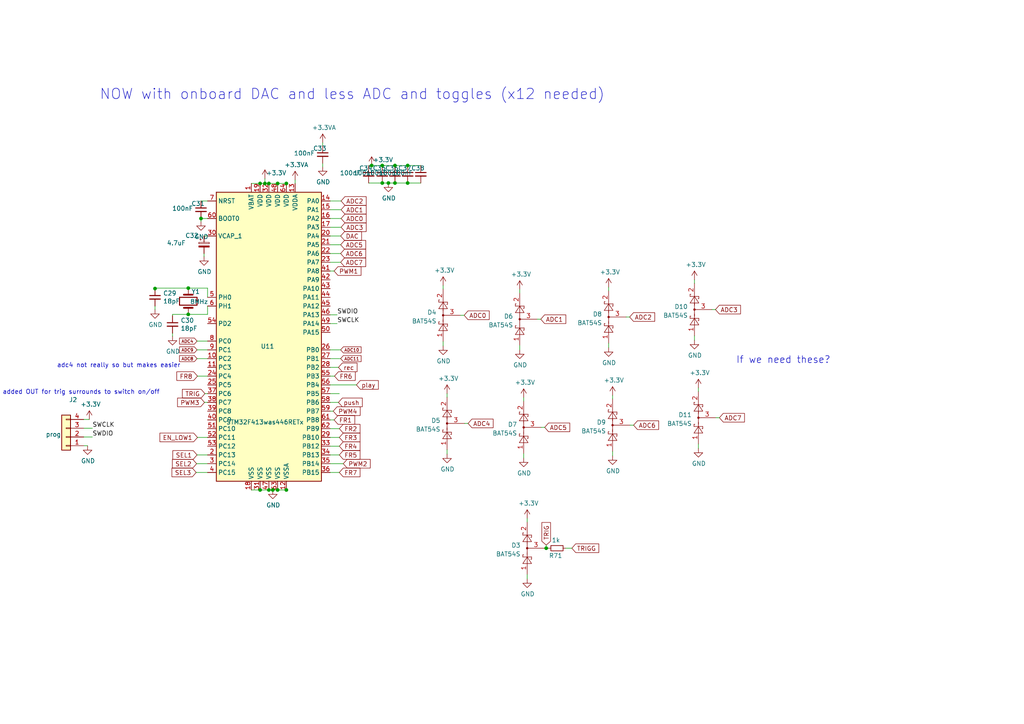
<source format=kicad_sch>
(kicad_sch (version 20211123) (generator eeschema)
  (paper "A4")
  (lib_symbols
    (symbol "Connector_Generic:Conn_01x04" (pin_names (offset 1.016) hide)
      (property "Reference" "J" (at 0 5.08 0))
      (property "Value" "Conn_01x04" (at 0 -7.62 0))
      (symbol "Conn_01x04_1_1"
        (rectangle (start -1.27 -4.953) (end 0 -5.207) (stroke (width 0.1524)))
        (rectangle (start -1.27 -2.413) (end 0 -2.667) (stroke (width 0.1524)))
        (rectangle (start -1.27 0.127) (end 0 -0.127) (stroke (width 0.1524)))
        (rectangle (start -1.27 2.667) (end 0 2.413) (stroke (width 0.1524)))
        (rectangle (start -1.27 3.81) (end 1.27 -6.35) (stroke (width 0.254)) (fill (type background)))
        (pin passive line (at -5.08 2.54 0) (length 3.81) (name "Pin_1") (number "1"))
        (pin passive line (at -5.08 0 0) (length 3.81) (name "Pin_2") (number "2"))
        (pin passive line (at -5.08 -2.54 0) (length 3.81) (name "Pin_3") (number "3"))
        (pin passive line (at -5.08 -5.08 0) (length 3.81) (name "Pin_4") (number "4"))
      )
    )
    (symbol "Device:C_Polarized_Small" (pin_numbers hide) (pin_names (offset 0.254) hide)
      (property "Reference" "C" (at 0.254 1.778 0))
      (property "Value" "C_Polarized_Small" (at 0.254 -2.032 0))
      (symbol "C_Polarized_Small_0_1"
        (rectangle (start -1.524 -0.3048) (end 1.524 -0.6858) (fill (type outline)))
        (rectangle (start -1.524 0.6858) (end 1.524 0.3048))
        (polyline (pts (xy -1.27 1.524) (xy -0.762 1.524)))
        (polyline (pts (xy -1.016 1.27) (xy -1.016 1.778)))
      )
      (symbol "C_Polarized_Small_1_1"
        (pin passive line (at 0 2.54 270) (length 1.8542) (name "~") (number "1"))
        (pin passive line (at 0 -2.54 90) (length 1.8542) (name "~") (number "2"))
      )
    )
    (symbol "Device:C_Small" (pin_numbers hide) (pin_names (offset 0.254) hide)
      (property "Reference" "C" (at 0.254 1.778 0))
      (property "Value" "C_Small" (at 0.254 -2.032 0))
      (symbol "C_Small_0_1"
        (polyline (pts (xy -1.524 -0.508) (xy 1.524 -0.508)) (stroke (width 0.3302)))
        (polyline (pts (xy -1.524 0.508) (xy 1.524 0.508)) (stroke (width 0.3048)))
      )
      (symbol "C_Small_1_1"
        (pin passive line (at 0 2.54 270) (length 2.032) (name "~") (number "1"))
        (pin passive line (at 0 -2.54 90) (length 2.032) (name "~") (number "2"))
      )
    )
    (symbol "Device:Crystal" (pin_numbers hide) (pin_names (offset 1.016) hide)
      (property "Reference" "Y" (at 0 3.81 0))
      (property "Value" "Crystal" (at 0 -3.81 0))
      (symbol "Crystal_0_1"
        (rectangle (start -1.143 2.54) (end 1.143 -2.54) (stroke (width 0.3048)))
        (polyline (pts (xy -2.54 0) (xy -1.905 0)))
        (polyline (pts (xy -1.905 -1.27) (xy -1.905 1.27)) (stroke (width 0.508)))
        (polyline (pts (xy 1.905 -1.27) (xy 1.905 1.27)) (stroke (width 0.508)))
        (polyline (pts (xy 2.54 0) (xy 1.905 0)))
      )
      (symbol "Crystal_1_1"
        (pin passive line (at -3.81 0 0) (length 1.27) (name "1") (number "1"))
        (pin passive line (at 3.81 0 180) (length 1.27) (name "2") (number "2"))
      )
    )
    (symbol "Device:R_Small" (pin_numbers hide) (pin_names (offset 0.254) hide)
      (property "Reference" "R" (at 0.762 0.508 0))
      (property "Value" "R_Small" (at 0.762 -1.016 0))
      (symbol "R_Small_0_1"
        (rectangle (start -0.762 1.778) (end 0.762 -1.778) (stroke (width 0.2032)))
      )
      (symbol "R_Small_1_1"
        (pin passive line (at 0 2.54 270) (length 0.762) (name "~") (number "1"))
        (pin passive line (at 0 -2.54 90) (length 0.762) (name "~") (number "2"))
      )
    )
    (symbol "Diode:BAT54S" (pin_names (offset 1.016))
      (property "Reference" "D" (at 0.635 -3.81 0))
      (property "Value" "BAT54S" (at -6.35 3.175 0))
      (symbol "BAT54S_0_1"
        (polyline (pts (xy -3.81 0) (xy -1.27 0)))
        (polyline (pts (xy -3.175 -1.27) (xy -3.175 -1.016)))
        (polyline (pts (xy -2.54 -1.27) (xy -3.175 -1.27)))
        (polyline (pts (xy -2.54 -1.27) (xy -2.54 1.27)))
        (polyline (pts (xy -2.54 1.27) (xy -1.905 1.27)))
        (polyline (pts (xy -1.905 0) (xy 1.905 0)))
        (polyline (pts (xy -1.905 1.27) (xy -1.905 1.016)))
        (polyline (pts (xy 1.27 0) (xy 3.81 0)))
        (polyline (pts (xy 3.175 -1.27) (xy 3.175 -1.016)))
        (polyline (pts (xy 3.81 -1.27) (xy 3.175 -1.27)))
        (polyline (pts (xy 3.81 -1.27) (xy 3.81 1.27)))
        (polyline (pts (xy 3.81 1.27) (xy 4.445 1.27)))
        (polyline (pts (xy 4.445 1.27) (xy 4.445 1.016)))
        (polyline (pts (xy -4.445 1.27) (xy -4.445 -1.27) (xy -2.54 0) (xy -4.445 1.27)))
        (polyline (pts (xy 1.905 1.27) (xy 1.905 -1.27) (xy 3.81 0) (xy 1.905 1.27)))
        (circle (center 0 0) (radius 0.254) (fill (type outline)))
      )
      (symbol "BAT54S_1_1"
        (pin passive line (at -7.62 0 0) (length 3.81) (name "~") (number "1"))
        (pin passive line (at 7.62 0 180) (length 3.81) (name "~") (number "2"))
        (pin passive line (at 0 -5.08 90) (length 5.08) (name "~") (number "3"))
      )
    )
    (symbol "MCU_ST_STM32F4:STM32F446RETx"
      (property "Reference" "U" (at -15.24 41.91 0))
      (property "Value" "STM32F446RETx" (at 10.16 41.91 0))
      (symbol "STM32F446RETx_0_1"
        (rectangle (start -15.24 -43.18) (end 15.24 40.64) (stroke (width 0.254)) (fill (type background)))
      )
      (symbol "STM32F446RETx_1_1"
        (pin power_in line (at -5.08 43.18 270) (length 2.54) (name "VBAT") (number "1"))
        (pin bidirectional line (at -17.78 -7.62 0) (length 2.54) (name "PC2") (number "10"))
        (pin bidirectional line (at -17.78 -10.16 0) (length 2.54) (name "PC3") (number "11"))
        (pin power_in line (at 5.08 -45.72 90) (length 2.54) (name "VSSA") (number "12"))
        (pin power_in line (at 7.62 43.18 270) (length 2.54) (name "VDDA") (number "13"))
        (pin bidirectional line (at 17.78 38.1 180) (length 2.54) (name "PA0") (number "14"))
        (pin bidirectional line (at 17.78 35.56 180) (length 2.54) (name "PA1") (number "15"))
        (pin bidirectional line (at 17.78 33.02 180) (length 2.54) (name "PA2") (number "16"))
        (pin bidirectional line (at 17.78 30.48 180) (length 2.54) (name "PA3") (number "17"))
        (pin power_in line (at -5.08 -45.72 90) (length 2.54) (name "VSS") (number "18"))
        (pin power_in line (at -2.54 43.18 270) (length 2.54) (name "VDD") (number "19"))
        (pin bidirectional line (at -17.78 -35.56 0) (length 2.54) (name "PC13") (number "2"))
        (pin bidirectional line (at 17.78 27.94 180) (length 2.54) (name "PA4") (number "20"))
        (pin bidirectional line (at 17.78 25.4 180) (length 2.54) (name "PA5") (number "21"))
        (pin bidirectional line (at 17.78 22.86 180) (length 2.54) (name "PA6") (number "22"))
        (pin bidirectional line (at 17.78 20.32 180) (length 2.54) (name "PA7") (number "23"))
        (pin bidirectional line (at -17.78 -12.7 0) (length 2.54) (name "PC4") (number "24"))
        (pin bidirectional line (at -17.78 -15.24 0) (length 2.54) (name "PC5") (number "25"))
        (pin bidirectional line (at 17.78 -5.08 180) (length 2.54) (name "PB0") (number "26"))
        (pin bidirectional line (at 17.78 -7.62 180) (length 2.54) (name "PB1") (number "27"))
        (pin bidirectional line (at 17.78 -10.16 180) (length 2.54) (name "PB2") (number "28"))
        (pin bidirectional line (at 17.78 -30.48 180) (length 2.54) (name "PB10") (number "29"))
        (pin bidirectional line (at -17.78 -38.1 0) (length 2.54) (name "PC14") (number "3"))
        (pin power_in line (at -17.78 27.94 0) (length 2.54) (name "VCAP_1") (number "30"))
        (pin power_in line (at -2.54 -45.72 90) (length 2.54) (name "VSS") (number "31"))
        (pin power_in line (at 0 43.18 270) (length 2.54) (name "VDD") (number "32"))
        (pin bidirectional line (at 17.78 -33.02 180) (length 2.54) (name "PB12") (number "33"))
        (pin bidirectional line (at 17.78 -35.56 180) (length 2.54) (name "PB13") (number "34"))
        (pin bidirectional line (at 17.78 -38.1 180) (length 2.54) (name "PB14") (number "35"))
        (pin bidirectional line (at 17.78 -40.64 180) (length 2.54) (name "PB15") (number "36"))
        (pin bidirectional line (at -17.78 -17.78 0) (length 2.54) (name "PC6") (number "37"))
        (pin bidirectional line (at -17.78 -20.32 0) (length 2.54) (name "PC7") (number "38"))
        (pin bidirectional line (at -17.78 -22.86 0) (length 2.54) (name "PC8") (number "39"))
        (pin bidirectional line (at -17.78 -40.64 0) (length 2.54) (name "PC15") (number "4"))
        (pin bidirectional line (at -17.78 -25.4 0) (length 2.54) (name "PC9") (number "40"))
        (pin bidirectional line (at 17.78 17.78 180) (length 2.54) (name "PA8") (number "41"))
        (pin bidirectional line (at 17.78 15.24 180) (length 2.54) (name "PA9") (number "42"))
        (pin bidirectional line (at 17.78 12.7 180) (length 2.54) (name "PA10") (number "43"))
        (pin bidirectional line (at 17.78 10.16 180) (length 2.54) (name "PA11") (number "44"))
        (pin bidirectional line (at 17.78 7.62 180) (length 2.54) (name "PA12") (number "45"))
        (pin bidirectional line (at 17.78 5.08 180) (length 2.54) (name "PA13") (number "46"))
        (pin power_in line (at 0 -45.72 90) (length 2.54) (name "VSS") (number "47"))
        (pin power_in line (at 2.54 43.18 270) (length 2.54) (name "VDD") (number "48"))
        (pin bidirectional line (at 17.78 2.54 180) (length 2.54) (name "PA14") (number "49"))
        (pin input line (at -17.78 10.16 0) (length 2.54) (name "PH0") (number "5"))
        (pin bidirectional line (at 17.78 0 180) (length 2.54) (name "PA15") (number "50"))
        (pin bidirectional line (at -17.78 -27.94 0) (length 2.54) (name "PC10") (number "51"))
        (pin bidirectional line (at -17.78 -30.48 0) (length 2.54) (name "PC11") (number "52"))
        (pin bidirectional line (at -17.78 -33.02 0) (length 2.54) (name "PC12") (number "53"))
        (pin bidirectional line (at -17.78 2.54 0) (length 2.54) (name "PD2") (number "54"))
        (pin bidirectional line (at 17.78 -12.7 180) (length 2.54) (name "PB3") (number "55"))
        (pin bidirectional line (at 17.78 -15.24 180) (length 2.54) (name "PB4") (number "56"))
        (pin bidirectional line (at 17.78 -17.78 180) (length 2.54) (name "PB5") (number "57"))
        (pin bidirectional line (at 17.78 -20.32 180) (length 2.54) (name "PB6") (number "58"))
        (pin bidirectional line (at 17.78 -22.86 180) (length 2.54) (name "PB7") (number "59"))
        (pin input line (at -17.78 7.62 0) (length 2.54) (name "PH1") (number "6"))
        (pin input line (at -17.78 33.02 0) (length 2.54) (name "BOOT0") (number "60"))
        (pin bidirectional line (at 17.78 -25.4 180) (length 2.54) (name "PB8") (number "61"))
        (pin bidirectional line (at 17.78 -27.94 180) (length 2.54) (name "PB9") (number "62"))
        (pin power_in line (at 2.54 -45.72 90) (length 2.54) (name "VSS") (number "63"))
        (pin power_in line (at 5.08 43.18 270) (length 2.54) (name "VDD") (number "64"))
        (pin input line (at -17.78 38.1 0) (length 2.54) (name "NRST") (number "7"))
        (pin bidirectional line (at -17.78 -2.54 0) (length 2.54) (name "PC0") (number "8"))
        (pin bidirectional line (at -17.78 -5.08 0) (length 2.54) (name "PC1") (number "9"))
      )
    )
    (symbol "power:+3.3V" (power) (pin_names (offset 0))
      (property "Value" "+3.3V" (at 0 3.556 0))
      (symbol "+3.3V_0_1"
        (polyline (pts (xy -0.762 1.27) (xy 0 2.54)))
        (polyline (pts (xy 0 0) (xy 0 2.54)))
        (polyline (pts (xy 0 2.54) (xy 0.762 1.27)))
      )
      (symbol "+3.3V_1_1"
        (pin power_in line (at 0 0 90) (length 0) hide (name "+3.3V") (number "1"))
      )
    )
    (symbol "power:+3.3VA" (power) (pin_names (offset 0))
      (property "Value" "+3.3VA" (at 0 3.556 0))
      (symbol "+3.3VA_0_1"
        (polyline (pts (xy -0.762 1.27) (xy 0 2.54)))
        (polyline (pts (xy 0 0) (xy 0 2.54)))
        (polyline (pts (xy 0 2.54) (xy 0.762 1.27)))
      )
      (symbol "+3.3VA_1_1"
        (pin power_in line (at 0 0 90) (length 0) hide (name "+3.3VA") (number "1"))
      )
    )
    (symbol "power:GND" (power) (pin_names (offset 0))
      (property "Value" "GND" (at 0 -3.81 0))
      (symbol "GND_0_1"
        (polyline (pts (xy 0 0) (xy 0 -1.27) (xy 1.27 -1.27) (xy 0 -2.54) (xy -1.27 -1.27) (xy 0 -1.27)))
      )
      (symbol "GND_1_1"
        (pin power_in line (at 0 0 270) (length 0) hide (name "GND") (number "1"))
      )
    )
  )
  (junction (at 118.237 53.086))
  (junction (at 54.61 91.186))
  (junction (at 44.958 83.693))
  (junction (at 114.554 48.006))
  (junction (at 80.518 142.113))
  (junction (at 158.4198 159.004))
  (junction (at 83.058 53.213))
  (junction (at 107.7976 48.006))
  (junction (at 77.978 142.113))
  (junction (at 76.835 53.213))
  (junction (at 110.871 48.006))
  (junction (at 110.871 53.086))
  (junction (at 114.554 53.086))
  (junction (at 112.649 53.086))
  (junction (at 83.058 142.113))
  (junction (at 118.237 48.006))
  (junction (at 80.518 53.213))
  (junction (at 58.293 63.373))
  (junction (at 75.438 142.113))
  (junction (at 79.121 142.113))
  (junction (at 77.978 53.213))
  (junction (at 75.438 53.213))
  (junction (at 54.61 83.566))
  (wire (pts (xy 59.182 68.453) (xy 60.198 68.453)))
  (wire (pts (xy 80.518 53.213) (xy 83.058 53.213)))
  (wire (pts (xy 95.758 131.953) (xy 98.425 131.953)))
  (wire (pts (xy 157.988 159.004) (xy 158.4198 159.004)))
  (wire (pts (xy 134.747 122.809) (xy 135.763 122.809)))
  (wire (pts (xy 57.277 126.873) (xy 60.198 126.873)))
  (wire (pts (xy 24.257 129.286) (xy 25.4 129.286)))
  (wire (pts (xy 54.61 91.186) (xy 60.198 91.186)))
  (wire (pts (xy 59.436 114.173) (xy 60.198 114.173)))
  (wire (pts (xy 95.758 111.633) (xy 103.378 111.633)))
  (wire (pts (xy 60.198 83.566) (xy 54.61 83.566)))
  (wire (pts (xy 80.518 142.113) (xy 83.058 142.113)))
  (wire (pts (xy 60.198 104.013) (xy 57.15 104.013)))
  (wire (pts (xy 77.978 142.113) (xy 79.121 142.113)))
  (wire (pts (xy 60.198 98.933) (xy 57.15 98.933)))
  (wire (pts (xy 50.038 96.647) (xy 50.038 97.536)))
  (wire (pts (xy 59.182 73.533) (xy 59.182 74.422)))
  (wire (pts (xy 60.198 91.186) (xy 60.198 88.773)))
  (wire (pts (xy 155.829 92.583) (xy 156.845 92.583)))
  (wire (pts (xy 77.978 53.213) (xy 80.518 53.213)))
  (wire (pts (xy 95.758 116.713) (xy 98.171 116.713)))
  (wire (pts (xy 85.598 52.197) (xy 85.598 53.213)))
  (wire (pts (xy 75.438 142.113) (xy 77.978 142.113)))
  (wire (pts (xy 95.758 63.373) (xy 98.933 63.373)))
  (wire (pts (xy 107.7976 48.006) (xy 110.871 48.006)))
  (wire (pts (xy 95.758 114.173) (xy 98.425 114.173)))
  (wire (pts (xy 72.898 142.113) (xy 75.438 142.113)))
  (wire (pts (xy 83.058 53.213) (xy 83.058 53.086)))
  (wire (pts (xy 202.565 128.778) (xy 202.565 130.048)))
  (wire (pts (xy 181.61 91.948) (xy 182.626 91.948)))
  (wire (pts (xy 128.524 82.804) (xy 128.524 83.82)))
  (wire (pts (xy 54.61 83.566) (xy 44.958 83.566)))
  (wire (pts (xy 60.198 137.033) (xy 56.896 137.033)))
  (wire (pts (xy 95.758 106.553) (xy 98.171 106.553)))
  (wire (pts (xy 176.53 83.312) (xy 176.53 84.328)))
  (wire (pts (xy 164.084 159.004) (xy 165.862 159.004)))
  (wire (pts (xy 177.673 130.937) (xy 177.673 132.207)))
  (wire (pts (xy 158.4198 158.0896) (xy 158.4198 159.004)))
  (wire (pts (xy 58.293 58.293) (xy 60.198 58.293)))
  (wire (pts (xy 59.309 116.713) (xy 60.198 116.713)))
  (wire (pts (xy 95.758 104.013) (xy 98.806 104.013)))
  (wire (pts (xy 151.892 131.572) (xy 151.892 132.842)))
  (wire (pts (xy 50.038 91.567) (xy 50.038 91.186)))
  (wire (pts (xy 24.257 121.666) (xy 25.908 121.666)))
  (wire (pts (xy 98.806 73.533) (xy 95.758 73.533)))
  (wire (pts (xy 60.198 101.473) (xy 57.15 101.473)))
  (wire (pts (xy 58.293 63.373) (xy 60.198 63.373)))
  (wire (pts (xy 50.038 91.186) (xy 54.61 91.186)))
  (wire (pts (xy 176.53 99.568) (xy 176.53 100.838)))
  (wire (pts (xy 133.604 91.44) (xy 134.62 91.44)))
  (wire (pts (xy 95.758 93.853) (xy 97.79 93.853)))
  (wire (pts (xy 95.758 119.253) (xy 96.647 119.253)))
  (wire (pts (xy 118.237 53.086) (xy 114.554 53.086)))
  (wire (pts (xy 95.758 137.033) (xy 98.425 137.033)))
  (wire (pts (xy 75.438 53.213) (xy 76.835 53.213)))
  (wire (pts (xy 152.908 166.624) (xy 152.908 167.894)))
  (wire (pts (xy 118.237 48.006) (xy 122.047 48.006)))
  (wire (pts (xy 24.257 126.746) (xy 26.797 126.746)))
  (wire (pts (xy 95.758 134.493) (xy 99.568 134.493)))
  (wire (pts (xy 114.554 48.006) (xy 118.237 48.006)))
  (wire (pts (xy 177.673 114.681) (xy 177.673 115.697)))
  (wire (pts (xy 98.806 70.993) (xy 95.758 70.993)))
  (wire (pts (xy 60.198 131.953) (xy 57.15 131.953)))
  (wire (pts (xy 95.758 126.873) (xy 98.425 126.873)))
  (wire (pts (xy 95.758 91.313) (xy 97.79 91.313)))
  (wire (pts (xy 110.871 48.006) (xy 114.554 48.006)))
  (wire (pts (xy 112.649 53.086) (xy 110.871 53.086)))
  (wire (pts (xy 95.758 60.833) (xy 98.933 60.833)))
  (wire (pts (xy 129.667 130.429) (xy 129.667 131.699)))
  (wire (pts (xy 207.645 121.158) (xy 208.661 121.158)))
  (wire (pts (xy 95.758 129.413) (xy 98.425 129.413)))
  (wire (pts (xy 58.293 63.373) (xy 58.293 64.262)))
  (wire (pts (xy 202.565 112.522) (xy 202.565 113.538)))
  (wire (pts (xy 76.835 53.213) (xy 77.978 53.213)))
  (wire (pts (xy 93.599 47.371) (xy 93.599 48.387)))
  (wire (pts (xy 95.758 65.913) (xy 98.933 65.913)))
  (wire (pts (xy 60.198 134.493) (xy 57.023 134.493)))
  (wire (pts (xy 150.749 83.947) (xy 150.749 84.963)))
  (wire (pts (xy 95.758 101.473) (xy 98.806 101.473)))
  (wire (pts (xy 151.892 115.316) (xy 151.892 116.332)))
  (wire (pts (xy 114.554 53.086) (xy 112.649 53.086)))
  (wire (pts (xy 158.4198 159.004) (xy 159.004 159.004)))
  (wire (pts (xy 95.758 124.333) (xy 98.425 124.333)))
  (wire (pts (xy 79.121 142.113) (xy 80.518 142.113)))
  (wire (pts (xy 129.667 114.173) (xy 129.667 115.189)))
  (wire (pts (xy 95.758 121.793) (xy 96.901 121.793)))
  (wire (pts (xy 98.806 76.073) (xy 95.758 76.073)))
  (wire (pts (xy 44.958 88.773) (xy 44.958 89.789)))
  (wire (pts (xy 83.058 142.113) (xy 83.058 142.24)))
  (wire (pts (xy 95.758 78.613) (xy 96.901 78.613)))
  (wire (pts (xy 206.502 89.789) (xy 207.518 89.789)))
  (wire (pts (xy 93.599 41.402) (xy 93.599 42.291)))
  (wire (pts (xy 201.422 97.409) (xy 201.422 98.679)))
  (wire (pts (xy 128.524 99.06) (xy 128.524 100.33)))
  (wire (pts (xy 76.835 51.816) (xy 76.835 53.213)))
  (wire (pts (xy 110.871 53.086) (xy 106.934 53.086)))
  (wire (pts (xy 60.198 86.233) (xy 60.198 83.566)))
  (wire (pts (xy 98.806 68.453) (xy 95.758 68.453)))
  (wire (pts (xy 95.758 109.093) (xy 97.028 109.093)))
  (wire (pts (xy 122.047 53.086) (xy 118.237 53.086)))
  (wire (pts (xy 44.958 83.566) (xy 44.958 83.693)))
  (wire (pts (xy 156.972 123.952) (xy 157.988 123.952)))
  (wire (pts (xy 201.422 81.153) (xy 201.422 82.169)))
  (wire (pts (xy 72.898 53.213) (xy 75.438 53.213)))
  (wire (pts (xy 60.198 109.093) (xy 57.277 109.093)))
  (wire (pts (xy 106.934 48.006) (xy 107.7976 48.006)))
  (wire (pts (xy 150.749 100.203) (xy 150.749 101.473)))
  (wire (pts (xy 152.908 150.368) (xy 152.908 151.384)))
  (wire (pts (xy 24.257 124.206) (xy 26.797 124.206)))
  (wire (pts (xy 182.753 123.317) (xy 183.769 123.317)))
  (wire (pts (xy 95.758 58.293) (xy 98.933 58.293)))
  (text "adc4 not really so but makes easier\n" (at 16.51 106.807 0) (effects (font (size 1.27 1.27)) (justify left bottom)))
  (text "NOW with onboard DAC and less ADC and toggles (x12 needed)" (at 28.829 29.21 0) (effects (font (size 2.9972 2.9972)) (justify left bottom)))
  (text "17.5 - added OUT for trig surrounds to switch on/off" (at 46.355 114.554 0) (effects (font (size 1.27 1.27)) (justify right bottom)))
  (text "If we need these?" (at 213.487 105.664 0) (effects (font (size 2 2)) (justify left bottom)))
  (label "SWCLK" (at 26.797 124.206 0))
  (label "SWCLK" (at 97.79 93.853 0))
  (label "SWDIO" (at 97.79 91.313 0))
  (label "SWDIO" (at 26.797 126.746 0))
  (global_label "ADC7" (shape input) (at 98.806 76.073 0) (property "Intersheet References" "${INTERSHEET_REFS}" (effects hide)))
  (global_label "ADC0" (shape input) (at 134.62 91.44 0) (property "Intersheet References" "${INTERSHEET_REFS}" (effects hide)))
  (global_label "ADC6" (shape input) (at 98.806 73.533 0) (property "Intersheet References" "${INTERSHEET_REFS}" (effects hide)))
  (global_label "FR2" (shape input) (at 98.425 124.333 0) (property "Intersheet References" "${INTERSHEET_REFS}" (effects hide)))
  (global_label "PWM1" (shape input) (at 96.901 78.613 0) (property "Intersheet References" "${INTERSHEET_REFS}" (effects hide)))
  (global_label "push" (shape input) (at 98.171 116.713 0) (property "Intersheet References" "${INTERSHEET_REFS}" (effects hide)))
  (global_label "SEL3" (shape input) (at 56.896 137.033 180) (property "Intersheet References" "${INTERSHEET_REFS}" (effects hide)))
  (global_label "FR6" (shape input) (at 97.028 109.093 0) (property "Intersheet References" "${INTERSHEET_REFS}" (effects hide)))
  (global_label "ADC2" (shape input) (at 98.933 58.293 0) (property "Intersheet References" "${INTERSHEET_REFS}" (effects hide)))
  (global_label "PWM4" (shape input) (at 96.647 119.253 0) (property "Intersheet References" "${INTERSHEET_REFS}" (effects hide)))
  (global_label "PWM2" (shape input) (at 99.568 134.493 0) (property "Intersheet References" "${INTERSHEET_REFS}" (effects hide)))
  (global_label "ADC5" (shape input) (at 157.988 123.952 0) (property "Intersheet References" "${INTERSHEET_REFS}" (effects hide)))
  (global_label "TRIG" (shape input) (at 158.4198 158.0896 90) (property "Intersheet References" "${INTERSHEET_REFS}" (effects hide)))
  (global_label "SEL2" (shape input) (at 57.023 134.493 180) (property "Intersheet References" "${INTERSHEET_REFS}" (effects hide)))
  (global_label "rec" (shape input) (at 98.171 106.553 0) (property "Intersheet References" "${INTERSHEET_REFS}" (effects hide)))
  (global_label "ADC2" (shape input) (at 182.626 91.948 0) (property "Intersheet References" "${INTERSHEET_REFS}" (effects hide)))
  (global_label "ADC4" (shape input) (at 135.763 122.809 0) (property "Intersheet References" "${INTERSHEET_REFS}" (effects hide)))
  (global_label "FR7" (shape input) (at 98.425 137.033 0) (property "Intersheet References" "${INTERSHEET_REFS}" (effects hide)))
  (global_label "ADC8" (shape input) (at 57.15 104.013 180) (effects (font (size 0.889 0.889))) (property "Intersheet References" "${INTERSHEET_REFS}" (effects hide)))
  (global_label "TRIG" (shape input) (at 59.436 114.173 180) (property "Intersheet References" "${INTERSHEET_REFS}" (effects hide)))
  (global_label "FR5" (shape input) (at 98.425 131.953 0) (property "Intersheet References" "${INTERSHEET_REFS}" (effects hide)))
  (global_label "ADC1" (shape input) (at 156.845 92.583 0) (property "Intersheet References" "${INTERSHEET_REFS}" (effects hide)))
  (global_label "SEL1" (shape input) (at 57.15 131.953 180) (property "Intersheet References" "${INTERSHEET_REFS}" (effects hide)))
  (global_label "ADC11" (shape input) (at 98.806 104.013 0) (effects (font (size 0.889 0.889))) (property "Intersheet References" "${INTERSHEET_REFS}" (effects hide)))
  (global_label "ADC3" (shape input) (at 207.518 89.789 0) (property "Intersheet References" "${INTERSHEET_REFS}" (effects hide)))
  (global_label "ADC6" (shape input) (at 183.769 123.317 0) (property "Intersheet References" "${INTERSHEET_REFS}" (effects hide)))
  (global_label "TRIGG" (shape input) (at 165.862 159.004 0) (property "Intersheet References" "${INTERSHEET_REFS}" (effects hide)))
  (global_label "FR3" (shape input) (at 98.425 126.873 0) (property "Intersheet References" "${INTERSHEET_REFS}" (effects hide)))
  (global_label "play" (shape input) (at 103.378 111.633 0) (property "Intersheet References" "${INTERSHEET_REFS}" (effects hide)))
  (global_label "FR4" (shape input) (at 98.425 129.413 0) (property "Intersheet References" "${INTERSHEET_REFS}" (effects hide)))
  (global_label "ADC4" (shape input) (at 57.15 98.933 180) (effects (font (size 0.889 0.889))) (property "Intersheet References" "${INTERSHEET_REFS}" (effects hide)))
  (global_label "FR8" (shape input) (at 57.277 109.093 180) (property "Intersheet References" "${INTERSHEET_REFS}" (effects hide)))
  (global_label "DAC" (shape input) (at 98.806 68.453 0) (property "Intersheet References" "${INTERSHEET_REFS}" (effects hide)))
  (global_label "ADC10" (shape input) (at 98.806 101.473 0) (effects (font (size 0.889 0.889))) (property "Intersheet References" "${INTERSHEET_REFS}" (effects hide)))
  (global_label "ADC0" (shape input) (at 98.933 63.373 0) (property "Intersheet References" "${INTERSHEET_REFS}" (effects hide)))
  (global_label "ADC5" (shape input) (at 98.806 70.993 0) (property "Intersheet References" "${INTERSHEET_REFS}" (effects hide)))
  (global_label "ADC1" (shape input) (at 98.933 60.833 0) (property "Intersheet References" "${INTERSHEET_REFS}" (effects hide)))
  (global_label "ADC3" (shape input) (at 98.933 65.913 0) (property "Intersheet References" "${INTERSHEET_REFS}" (effects hide)))
  (global_label "PWM3" (shape input) (at 59.309 116.713 180) (property "Intersheet References" "${INTERSHEET_REFS}" (effects hide)))
  (global_label "ADC7" (shape input) (at 208.661 121.158 0) (property "Intersheet References" "${INTERSHEET_REFS}" (effects hide)))
  (global_label "EN_LOW1" (shape input) (at 57.277 126.873 180) (property "Intersheet References" "${INTERSHEET_REFS}" (effects hide)))
  (global_label "FR1" (shape input) (at 96.901 121.793 0) (property "Intersheet References" "${INTERSHEET_REFS}" (effects hide)))
  (global_label "ADC9" (shape input) (at 57.15 101.473 180) (effects (font (size 0.889 0.889))) (property "Intersheet References" "${INTERSHEET_REFS}" (effects hide)))
  (symbol (lib_id "MCU_ST_STM32F4:STM32F446RETx") (at 77.978 96.393 0) (unit 1)
    (property "Reference" "U11" (at 77.597 100.457 0))
    (property "Value" "STM32F413was446RETx" (at 76.835 122.428 0))
    (property "Footprint" "Housings_QFP:LQFP-64_10x10mm_Pitch0.5mm" (effects hide))
    (property "Datasheet" "http://www.st.com/st-web-ui/static/active/en/resource/technical/document/datasheet/DM00141306.pdf" (effects hide))
  )
  (symbol (lib_id "Device:C_Polarized_Small") (at 59.182 70.993 0) (unit 1)
    (property "Reference" "C32" (at 53.721 68.326 0) (effects (justify left)))
    (property "Value" "4.7uF" (at 48.387 70.485 0) (effects (justify left)))
    (property "Footprint" "SMD_Packages:SMD-1206_Pol" (effects hide))
  )
  (symbol (lib_id "power:GND") (at 59.182 74.422 0) (unit 1)
    (property "Reference" "#PWR062" (effects hide))
    (property "Value" "GND" (at 59.309 78.8162 0))
  )
  (symbol (lib_id "power:+3.3VA") (at 85.598 52.197 0) (unit 1)
    (property "Reference" "#PWR065" (effects hide))
    (property "Value" "+3.3VA" (at 85.979 47.8028 0))
  )
  (symbol (lib_id "power:+3.3V") (at 76.835 51.816 0) (unit 1)
    (property "Reference" "#PWR063" (effects hide))
    (property "Value" "+3.3V" (at 80.137 50.165 0))
  )
  (symbol (lib_id "power:GND") (at 79.121 142.113 0) (unit 1)
    (property "Reference" "#PWR064" (effects hide))
    (property "Value" "GND" (at 79.248 146.5072 0))
  )
  (symbol (lib_id "Device:Crystal") (at 54.61 87.376 90) (unit 1)
    (property "Reference" "Y1" (at 55.499 84.582 90) (effects (justify right)))
    (property "Value" "8MHz" (at 55.118 87.503 90) (effects (justify right)))
    (property "Footprint" "Crystals:Crystal_SMD_HC49-SD" (effects hide))
  )
  (symbol (lib_id "Device:C_Small") (at 44.958 86.233 0) (unit 1)
    (property "Reference" "C29" (at 47.2948 85.0646 0) (effects (justify left)))
    (property "Value" "18pF" (at 47.2948 87.376 0) (effects (justify left)))
    (property "Footprint" "Capacitors_SMD:C_0805" (effects hide))
  )
  (symbol (lib_id "Device:C_Small") (at 50.038 94.107 0) (unit 1)
    (property "Reference" "C30" (at 52.3748 92.9386 0) (effects (justify left)))
    (property "Value" "18pF" (at 52.3748 95.25 0) (effects (justify left)))
    (property "Footprint" "Capacitors_SMD:C_0805" (effects hide))
  )
  (symbol (lib_id "power:GND") (at 44.958 89.789 0) (unit 1)
    (property "Reference" "#PWR059" (effects hide))
    (property "Value" "GND" (at 45.085 94.1832 0))
  )
  (symbol (lib_id "power:GND") (at 50.038 97.536 0) (unit 1)
    (property "Reference" "#PWR060" (effects hide))
    (property "Value" "GND" (at 50.165 101.9302 0))
  )
  (symbol (lib_id "Device:C_Small") (at 58.293 60.833 0) (unit 1)
    (property "Reference" "C31" (at 55.499 59.055 0) (effects (justify left)))
    (property "Value" "100nF" (at 49.911 60.452 0) (effects (justify left)))
    (property "Footprint" "Capacitors_SMD:C_0805" (effects hide))
  )
  (symbol (lib_id "power:GND") (at 58.293 64.262 0) (unit 1)
    (property "Reference" "#PWR061" (effects hide))
    (property "Value" "GND" (at 58.42 68.6562 0))
  )
  (symbol (lib_id "Device:C_Small") (at 106.934 50.546 0) (unit 1)
    (property "Reference" "C34" (at 104.14 48.768 0) (effects (justify left)))
    (property "Value" "100nF" (at 98.552 50.165 0) (effects (justify left)))
    (property "Footprint" "Capacitors_SMD:C_0805" (effects hide))
  )
  (symbol (lib_id "Device:C_Small") (at 110.871 50.546 0) (unit 1)
    (property "Reference" "C35" (at 108.077 48.768 0) (effects (justify left)))
    (property "Value" "100nF" (at 102.489 50.165 0) (effects (justify left)))
    (property "Footprint" "Capacitors_SMD:C_0805" (effects hide))
  )
  (symbol (lib_id "Device:C_Small") (at 114.554 50.546 0) (unit 1)
    (property "Reference" "C36" (at 111.7092 48.7934 0) (effects (justify left)))
    (property "Value" "100nF" (at 106.172 50.165 0) (effects (justify left)))
    (property "Footprint" "Capacitors_SMD:C_0805" (effects hide))
  )
  (symbol (lib_id "Device:C_Small") (at 118.237 50.546 0) (unit 1)
    (property "Reference" "C37" (at 115.443 48.768 0) (effects (justify left)))
    (property "Value" "100nF" (at 109.855 50.165 0) (effects (justify left)))
    (property "Footprint" "Capacitors_SMD:C_0805" (effects hide))
  )
  (symbol (lib_id "Device:C_Small") (at 122.047 50.546 0) (unit 1)
    (property "Reference" "C38" (at 119.253 48.768 0) (effects (justify left)))
    (property "Value" "100nF" (at 113.665 50.165 0) (effects (justify left)))
    (property "Footprint" "Capacitors_SMD:C_0805" (effects hide))
  )
  (symbol (lib_id "Device:C_Small") (at 93.599 44.831 0) (unit 1)
    (property "Reference" "C33" (at 90.805 43.053 0) (effects (justify left)))
    (property "Value" "100nF" (at 85.217 44.45 0) (effects (justify left)))
    (property "Footprint" "Capacitors_SMD:C_0805" (effects hide))
  )
  (symbol (lib_id "power:+3.3VA") (at 93.599 41.402 0) (unit 1)
    (property "Reference" "#PWR066" (effects hide))
    (property "Value" "+3.3VA" (at 93.98 37.0078 0))
  )
  (symbol (lib_id "power:GND") (at 93.599 48.387 0) (unit 1)
    (property "Reference" "#PWR067" (effects hide))
    (property "Value" "GND" (at 93.726 52.7812 0))
  )
  (symbol (lib_id "power:GND") (at 112.649 53.086 0) (unit 1)
    (property "Reference" "#PWR069" (effects hide))
    (property "Value" "GND" (at 112.776 57.4802 0))
  )
  (symbol (lib_id "power:+3.3V") (at 107.7976 48.006 0) (unit 1)
    (property "Reference" "#PWR068" (effects hide))
    (property "Value" "+3.3V" (at 111.0996 46.355 0))
  )
  (symbol (lib_id "Connector_Generic:Conn_01x04") (at 19.177 126.746 180) (unit 1)
    (property "Reference" "J2" (at 21.209 115.951 0))
    (property "Value" "prog" (at 15.494 125.984 0))
    (property "Footprint" "Pin_Headers:Pin_Header_Straight_1x04_Pitch2.54mm" (effects hide))
  )
  (symbol (lib_id "power:+3.3V") (at 25.908 121.666 0) (unit 1)
    (property "Reference" "#PWR058" (effects hide))
    (property "Value" "+3.3V" (at 26.289 117.2718 0))
  )
  (symbol (lib_id "power:GND") (at 25.4 129.286 0) (unit 1)
    (property "Reference" "#PWR057" (effects hide))
    (property "Value" "GND" (at 25.527 133.6802 0))
  )
  (symbol (lib_id "Device:R_Small") (at 161.544 159.004 270) (unit 1)
    (property "Reference" "R71" (at 161.163 161.163 90))
    (property "Value" "1k" (at 161.2392 156.6672 90))
    (property "Footprint" "Resistor_SMD:R_0805_2012Metric" (effects hide))
  )
  (symbol (lib_id "power:GND") (at 129.667 131.699 0) (unit 1)
    (property "Reference" "#PWR0119" (effects hide))
    (property "Value" "GND" (at 129.794 136.0932 0))
  )
  (symbol (lib_id "power:+3.3V") (at 152.908 150.368 0) (unit 1)
    (property "Reference" "#PWR0120" (effects hide))
    (property "Value" "+3.3V" (at 153.289 145.9738 0))
  )
  (symbol (lib_id "power:GND") (at 177.673 132.207 0) (unit 1)
    (property "Reference" "#PWR0169" (effects hide))
    (property "Value" "GND" (at 177.8 136.6012 0))
  )
  (symbol (lib_id "Diode:BAT54S") (at 128.524 91.44 90) (unit 1)
    (property "Reference" "D4" (at 126.619 90.6053 90) (effects (justify left)))
    (property "Value" "BAT54S" (at 126.619 93.1422 90) (effects (justify left)))
    (property "Footprint" "Package_TO_SOT_SMD:SOT-23" (effects hide))
    (property "Datasheet" "https://www.diodes.com/assets/Datasheets/ds11005.pdf" (effects hide))
  )
  (symbol (lib_id "power:GND") (at 202.565 130.048 0) (unit 1)
    (property "Reference" "#PWR0130" (effects hide))
    (property "Value" "GND" (at 202.692 134.4422 0))
  )
  (symbol (lib_id "Diode:BAT54S") (at 151.892 123.952 90) (unit 1)
    (property "Reference" "D7" (at 149.987 123.1173 90) (effects (justify left)))
    (property "Value" "BAT54S" (at 149.987 125.6542 90) (effects (justify left)))
    (property "Footprint" "Package_TO_SOT_SMD:SOT-23" (effects hide))
    (property "Datasheet" "https://www.diodes.com/assets/Datasheets/ds11005.pdf" (effects hide))
  )
  (symbol (lib_id "Diode:BAT54S") (at 152.908 159.004 90) (unit 1)
    (property "Reference" "D3" (at 151.003 158.1693 90) (effects (justify left)))
    (property "Value" "BAT54S" (at 151.003 160.7062 90) (effects (justify left)))
    (property "Footprint" "Package_TO_SOT_SMD:SOT-23" (effects hide))
    (property "Datasheet" "https://www.diodes.com/assets/Datasheets/ds11005.pdf" (effects hide))
  )
  (symbol (lib_id "power:+3.3V") (at 150.749 83.947 0) (unit 1)
    (property "Reference" "#PWR0122" (effects hide))
    (property "Value" "+3.3V" (at 151.13 79.5528 0))
  )
  (symbol (lib_id "power:GND") (at 150.749 101.473 0) (unit 1)
    (property "Reference" "#PWR0121" (effects hide))
    (property "Value" "GND" (at 150.876 105.8672 0))
  )
  (symbol (lib_id "power:+3.3V") (at 129.667 114.173 0) (unit 1)
    (property "Reference" "#PWR0127" (effects hide))
    (property "Value" "+3.3V" (at 130.048 109.7788 0))
  )
  (symbol (lib_id "power:GND") (at 201.422 98.679 0) (unit 1)
    (property "Reference" "#PWR0137" (effects hide))
    (property "Value" "GND" (at 201.549 103.0732 0))
  )
  (symbol (lib_id "power:+3.3V") (at 151.892 115.316 0) (unit 1)
    (property "Reference" "#PWR0125" (effects hide))
    (property "Value" "+3.3V" (at 152.273 110.9218 0))
  )
  (symbol (lib_id "Diode:BAT54S") (at 129.667 122.809 90) (unit 1)
    (property "Reference" "D5" (at 127.762 121.9743 90) (effects (justify left)))
    (property "Value" "BAT54S" (at 127.762 124.5112 90) (effects (justify left)))
    (property "Footprint" "Package_TO_SOT_SMD:SOT-23" (effects hide))
    (property "Datasheet" "https://www.diodes.com/assets/Datasheets/ds11005.pdf" (effects hide))
  )
  (symbol (lib_id "Diode:BAT54S") (at 177.673 123.317 90) (unit 1)
    (property "Reference" "D9" (at 175.768 122.4823 90) (effects (justify left)))
    (property "Value" "BAT54S" (at 175.768 125.0192 90) (effects (justify left)))
    (property "Footprint" "Package_TO_SOT_SMD:SOT-23" (effects hide))
    (property "Datasheet" "https://www.diodes.com/assets/Datasheets/ds11005.pdf" (effects hide))
  )
  (symbol (lib_id "power:GND") (at 176.53 100.838 0) (unit 1)
    (property "Reference" "#PWR0139" (effects hide))
    (property "Value" "GND" (at 176.657 105.2322 0))
  )
  (symbol (lib_id "power:+3.3V") (at 176.53 83.312 0) (unit 1)
    (property "Reference" "#PWR0129" (effects hide))
    (property "Value" "+3.3V" (at 176.911 78.9178 0))
  )
  (symbol (lib_id "power:+3.3V") (at 177.673 114.681 0) (unit 1)
    (property "Reference" "#PWR0140" (effects hide))
    (property "Value" "+3.3V" (at 178.054 110.2868 0))
  )
  (symbol (lib_id "Diode:BAT54S") (at 150.749 92.583 90) (unit 1)
    (property "Reference" "D6" (at 148.844 91.7483 90) (effects (justify left)))
    (property "Value" "BAT54S" (at 148.844 94.2852 90) (effects (justify left)))
    (property "Footprint" "Package_TO_SOT_SMD:SOT-23" (effects hide))
    (property "Datasheet" "https://www.diodes.com/assets/Datasheets/ds11005.pdf" (effects hide))
  )
  (symbol (lib_id "Diode:BAT54S") (at 201.422 89.789 90) (unit 1)
    (property "Reference" "D10" (at 199.517 88.9543 90) (effects (justify left)))
    (property "Value" "BAT54S" (at 199.517 91.4912 90) (effects (justify left)))
    (property "Footprint" "Package_TO_SOT_SMD:SOT-23" (effects hide))
    (property "Datasheet" "https://www.diodes.com/assets/Datasheets/ds11005.pdf" (effects hide))
  )
  (symbol (lib_id "Diode:BAT54S") (at 176.53 91.948 90) (unit 1)
    (property "Reference" "D8" (at 174.625 91.1133 90) (effects (justify left)))
    (property "Value" "BAT54S" (at 174.625 93.6502 90) (effects (justify left)))
    (property "Footprint" "Package_TO_SOT_SMD:SOT-23" (effects hide))
    (property "Datasheet" "https://www.diodes.com/assets/Datasheets/ds11005.pdf" (effects hide))
  )
  (symbol (lib_id "power:+3.3V") (at 202.565 112.522 0) (unit 1)
    (property "Reference" "#PWR0131" (effects hide))
    (property "Value" "+3.3V" (at 202.946 108.1278 0))
  )
  (symbol (lib_id "power:GND") (at 128.524 100.33 0) (unit 1)
    (property "Reference" "#PWR0123" (effects hide))
    (property "Value" "GND" (at 128.651 104.7242 0))
  )
  (symbol (lib_id "Diode:BAT54S") (at 202.565 121.158 90) (unit 1)
    (property "Reference" "D11" (at 200.66 120.3233 90) (effects (justify left)))
    (property "Value" "BAT54S" (at 200.66 122.8602 90) (effects (justify left)))
    (property "Footprint" "Package_TO_SOT_SMD:SOT-23" (effects hide))
    (property "Datasheet" "https://www.diodes.com/assets/Datasheets/ds11005.pdf" (effects hide))
  )
  (symbol (lib_id "power:+3.3V") (at 128.524 82.804 0) (unit 1)
    (property "Reference" "#PWR0124" (effects hide))
    (property "Value" "+3.3V" (at 128.905 78.4098 0))
  )
  (symbol (lib_id "power:GND") (at 152.908 167.894 0) (unit 1)
    (property "Reference" "#PWR0128" (effects hide))
    (property "Value" "GND" (at 153.035 172.2882 0))
  )
  (symbol (lib_id "power:+3.3V") (at 201.422 81.153 0) (unit 1)
    (property "Reference" "#PWR0138" (effects hide))
    (property "Value" "+3.3V" (at 201.803 76.7588 0))
  )
  (symbol (lib_id "power:GND") (at 151.892 132.842 0) (unit 1)
    (property "Reference" "#PWR0126" (effects hide))
    (property "Value" "GND" (at 152.019 137.2362 0))
  )
)
</source>
